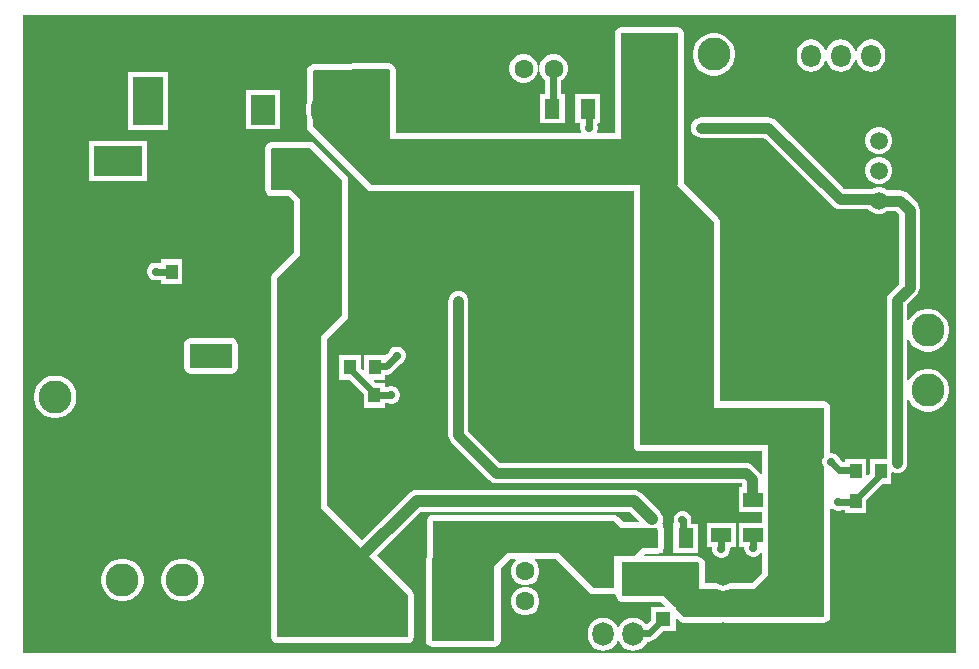
<source format=gbl>
G04*
G04 #@! TF.GenerationSoftware,Altium Limited,Altium Designer,21.9.2 (33)*
G04*
G04 Layer_Physical_Order=2*
G04 Layer_Color=16711680*
%FSTAX24Y24*%
%MOIN*%
G70*
G04*
G04 #@! TF.SameCoordinates,9AA07E9A-BA48-4811-965E-F14F798923DF*
G04*
G04*
G04 #@! TF.FilePolarity,Positive*
G04*
G01*
G75*
%ADD27R,0.0512X0.0650*%
%ADD28R,0.0512X0.0394*%
%ADD29R,0.0512X0.0472*%
%ADD54C,0.0236*%
%ADD55C,0.0472*%
%ADD56C,0.0354*%
%ADD57C,0.0394*%
%ADD58O,0.0650X0.0750*%
%ADD59C,0.0630*%
%ADD60R,0.0630X0.0630*%
%ADD61C,0.1100*%
%ADD62C,0.1500*%
%ADD63O,0.0800X0.1000*%
%ADD64R,0.0800X0.1000*%
%ADD65R,0.1000X0.1600*%
%ADD66R,0.1600X0.1000*%
%ADD67R,0.0591X0.0591*%
%ADD68C,0.0591*%
%ADD69O,0.0709X0.0787*%
%ADD70C,0.0276*%
%ADD71R,0.0394X0.0512*%
%ADD72R,0.0650X0.0512*%
G36*
X059957Y058744D02*
X028862D01*
Y079996D01*
X059957D01*
X059957Y058744D01*
D02*
G37*
%LPC*%
G36*
X057112Y079198D02*
X056986Y079181D01*
X056869Y079133D01*
X056768Y079056D01*
X056691Y078955D01*
X056642Y078837D01*
X056633Y078764D01*
X056582D01*
X056572Y078837D01*
X056524Y078955D01*
X056446Y079056D01*
X056346Y079133D01*
X056228Y079181D01*
X056102Y079198D01*
X055976Y079181D01*
X055859Y079133D01*
X055758Y079056D01*
X055681Y078955D01*
X055639Y078853D01*
X055586D01*
X055544Y078955D01*
X055466Y079056D01*
X055366Y079133D01*
X055248Y079181D01*
X055122Y079198D01*
X054996Y079181D01*
X054879Y079133D01*
X054778Y079056D01*
X054701Y078955D01*
X054652Y078837D01*
X054636Y078711D01*
Y078611D01*
X054652Y078485D01*
X054701Y078368D01*
X054778Y078267D01*
X054879Y07819D01*
X054996Y078141D01*
X055122Y078125D01*
X055248Y078141D01*
X055366Y07819D01*
X055466Y078267D01*
X055544Y078368D01*
X055586Y07847D01*
X055639D01*
X055681Y078368D01*
X055758Y078267D01*
X055859Y07819D01*
X055976Y078141D01*
X056102Y078125D01*
X056228Y078141D01*
X056346Y07819D01*
X056446Y078267D01*
X056524Y078368D01*
X056572Y078485D01*
X056582Y078559D01*
X056633D01*
X056642Y078485D01*
X056691Y078368D01*
X056768Y078267D01*
X056869Y07819D01*
X056986Y078141D01*
X057112Y078125D01*
X057238Y078141D01*
X057356Y07819D01*
X057456Y078267D01*
X057534Y078368D01*
X057582Y078485D01*
X057599Y078611D01*
Y078711D01*
X057582Y078837D01*
X057534Y078955D01*
X057456Y079056D01*
X057356Y079133D01*
X057238Y079181D01*
X057112Y079198D01*
D02*
G37*
G36*
X051952Y079408D02*
X051812D01*
X051676Y079381D01*
X051547Y079328D01*
X051431Y07925D01*
X051332Y079152D01*
X051255Y079036D01*
X051202Y078907D01*
X051174Y07877D01*
Y078631D01*
X051202Y078494D01*
X051255Y078366D01*
X051332Y07825D01*
X051431Y078151D01*
X051547Y078074D01*
X051676Y078021D01*
X051812Y077993D01*
X051952D01*
X052088Y078021D01*
X052217Y078074D01*
X052333Y078151D01*
X052431Y07825D01*
X052509Y078366D01*
X052562Y078494D01*
X052589Y078631D01*
Y07877D01*
X052562Y078907D01*
X052509Y079036D01*
X052431Y079152D01*
X052333Y07925D01*
X052217Y079328D01*
X052088Y079381D01*
X051952Y079408D01*
D02*
G37*
G36*
X045598Y078701D02*
X045473D01*
X045353Y078669D01*
X045245Y078606D01*
X045157Y078518D01*
X045095Y078411D01*
X045063Y078291D01*
Y078166D01*
X045095Y078046D01*
X045157Y077938D01*
X045245Y07785D01*
X045353Y077788D01*
X045473Y077756D01*
X045598D01*
X045718Y077788D01*
X045826Y07785D01*
X045913Y077938D01*
X045976Y078046D01*
X046008Y078166D01*
Y078291D01*
X045976Y078411D01*
X045913Y078518D01*
X045826Y078606D01*
X045718Y078669D01*
X045598Y078701D01*
D02*
G37*
G36*
X046598D02*
X046473D01*
X046353Y078669D01*
X046245Y078606D01*
X046157Y078518D01*
X046095Y078411D01*
X046063Y078291D01*
Y078166D01*
X046095Y078046D01*
X046157Y077938D01*
X046238Y077858D01*
Y077372D01*
X046083D01*
Y076407D01*
X046909D01*
Y077372D01*
X046794D01*
Y077832D01*
X046826Y07785D01*
X046913Y077938D01*
X046976Y078046D01*
X047008Y078166D01*
Y078291D01*
X046976Y078411D01*
X046913Y078518D01*
X046826Y078606D01*
X046718Y078669D01*
X046598Y078701D01*
D02*
G37*
G36*
X03741Y077518D02*
X036295D01*
Y076203D01*
X03741D01*
Y077518D01*
D02*
G37*
G36*
X033679Y078099D02*
X032364D01*
Y076184D01*
X033679D01*
Y078099D01*
D02*
G37*
G36*
X050669Y07961D02*
X04878D01*
X048703Y079595D01*
X048638Y079551D01*
X048594Y079486D01*
X048579Y079409D01*
Y076067D01*
X048004D01*
X047975Y076117D01*
X047992Y076146D01*
X048012Y076221D01*
Y076299D01*
X047996Y076357D01*
X048019Y076398D01*
X04803Y076407D01*
X048091D01*
Y077372D01*
X047264D01*
Y076407D01*
X047431D01*
Y076335D01*
X047421Y076299D01*
Y076221D01*
X047441Y076146D01*
X047458Y076117D01*
X047429Y076067D01*
X041277D01*
Y078173D01*
X041277Y078174D01*
X041277Y078174D01*
X041269Y078212D01*
X041261Y07825D01*
X041261Y07825D01*
X041261Y078251D01*
X041239Y078283D01*
X041218Y078315D01*
X041218Y078315D01*
X041217Y078316D01*
X041182Y078351D01*
X041181Y078351D01*
X041181Y078352D01*
X041149Y078373D01*
X041116Y078394D01*
X041116Y078394D01*
X041115Y078395D01*
X041077Y078402D01*
X04104Y078409D01*
X041039Y078409D01*
X041039Y078409D01*
X038546Y078384D01*
X038509Y078377D01*
X038471Y078369D01*
X038471Y078369D01*
X03847Y078368D01*
X038438Y078347D01*
X038406Y078326D01*
X038377Y078297D01*
X038362Y078274D01*
X038362D01*
Y078273D01*
X038334Y078232D01*
X038318Y078155D01*
Y077127D01*
X03831Y077106D01*
X038291Y07696D01*
Y07676D01*
X03831Y076615D01*
X038318Y076594D01*
Y076284D01*
X038334Y076207D01*
X038377Y076142D01*
X040331Y074189D01*
X040396Y074145D01*
X040472Y07413D01*
X049209D01*
Y065669D01*
X049224Y065592D01*
X049268Y065527D01*
X049333Y065484D01*
X049409Y065469D01*
X0535Y065469D01*
Y064707D01*
X05345Y064697D01*
X053442Y064716D01*
X053388Y064786D01*
X053181Y064994D01*
X053111Y065047D01*
X053029Y065081D01*
X052942Y065093D01*
X044754D01*
X043701Y066146D01*
Y070472D01*
X043689Y07056D01*
X043656Y070641D01*
X043602Y070711D01*
X043532Y070765D01*
X043451Y070798D01*
X043363Y07081D01*
X043276Y070798D01*
X043195Y070765D01*
X043125Y070711D01*
X043071Y070641D01*
X043037Y07056D01*
X043026Y070472D01*
Y066006D01*
X043037Y065918D01*
X043071Y065837D01*
X043125Y065767D01*
X044375Y064517D01*
X044445Y064463D01*
X044527Y064429D01*
X044614Y064418D01*
X052802D01*
X052812Y064408D01*
Y064272D01*
X052706D01*
Y063445D01*
X0535D01*
Y063091D01*
X052706D01*
Y062264D01*
X052894D01*
Y062205D01*
X052914Y06213D01*
X052953Y062063D01*
X053008Y062008D01*
X053075Y061969D01*
X05315Y061949D01*
X053228D01*
X053303Y061969D01*
X05337Y062008D01*
X053425Y062063D01*
X05345Y062106D01*
X0535Y062092D01*
Y061422D01*
X053145Y061067D01*
X052407D01*
X052331Y061052D01*
X052274Y061028D01*
X052193Y061017D01*
X052111Y061028D01*
X052054Y061052D01*
X051978Y061067D01*
X05161D01*
X051575Y061103D01*
X05159Y061724D01*
X05159Y061725D01*
X05159Y061726D01*
X051583Y061763D01*
X051576Y061801D01*
X051576Y061802D01*
X051576Y061803D01*
X051555Y061835D01*
X051534Y061867D01*
X051533Y061868D01*
X051533Y061869D01*
X051498Y061904D01*
X051497Y061905D01*
X051496Y061906D01*
X051465Y061927D01*
X051433Y061949D01*
X051432Y061949D01*
X051431Y06195D01*
X051394Y061957D01*
X051357Y061965D01*
X051355Y061965D01*
X051354Y061965D01*
X049567D01*
X049548Y062011D01*
X049587Y062049D01*
X050015D01*
X050092Y062065D01*
X050134Y062093D01*
X050173D01*
Y062132D01*
X050201Y062173D01*
X050216Y06225D01*
Y06286D01*
X050211Y062885D01*
X05021Y06291D01*
X050204Y062923D01*
X050201Y062937D01*
X050187Y062958D01*
X050176Y062981D01*
X050173Y062983D01*
Y063058D01*
X050173D01*
X050154Y063086D01*
X05017Y063123D01*
X050182Y063215D01*
X05017Y063308D01*
X050134Y063394D01*
X050077Y063468D01*
X049473Y064072D01*
X049399Y064128D01*
X049313Y064164D01*
X049221Y064176D01*
X041969D01*
X041968Y064176D01*
X041876Y064164D01*
X04179Y064128D01*
X041716Y064072D01*
X040145Y062501D01*
X03898Y063666D01*
Y069208D01*
X03963Y069858D01*
X039674Y069923D01*
X039689Y07D01*
Y074519D01*
X039674Y074596D01*
X03963Y074661D01*
X038558Y075732D01*
X038493Y075776D01*
X038416Y075791D01*
X037161D01*
X037161Y075791D01*
X037161Y075791D01*
X037123Y075784D01*
X037085Y075776D01*
X037084Y075776D01*
X037084Y075776D01*
X037052Y075754D01*
X03702Y075732D01*
X037019Y075732D01*
X037019Y075732D01*
X036984Y075697D01*
X036984Y075696D01*
X036983Y075696D01*
X036962Y075664D01*
X036941Y075631D01*
X03694Y075631D01*
X03694Y075631D01*
X036933Y075593D01*
X036925Y075555D01*
X036926Y075554D01*
X036925Y075554D01*
X03693Y074663D01*
Y074174D01*
X036945Y074097D01*
X036973Y074055D01*
Y074016D01*
X037012D01*
X037054Y073988D01*
X037131Y073973D01*
X0377D01*
X03787Y073803D01*
Y072091D01*
X037181Y071402D01*
X037137Y071337D01*
X037122Y07126D01*
Y059269D01*
X037137Y059192D01*
X037181Y059127D01*
X037246Y059084D01*
X037323Y059069D01*
X041679D01*
X041755Y059084D01*
X041821Y059127D01*
X041864Y059192D01*
X041879Y059269D01*
Y060684D01*
X041864Y06076D01*
X041821Y060825D01*
X040651Y061996D01*
X042117Y063462D01*
X049073D01*
X049387Y063147D01*
X049368Y063101D01*
X048876D01*
X048685Y063292D01*
X048667Y063304D01*
X048652Y063319D01*
X048635Y063325D01*
X04862Y063335D01*
X048599Y063339D01*
X048579Y063347D01*
X048561Y063347D01*
X048543Y06335D01*
X042505D01*
X042467Y063343D01*
X04243Y063336D01*
X042429Y063335D01*
X042428Y063335D01*
X042396Y063314D01*
X042364Y063293D01*
X042364Y063292D01*
X042363Y063292D01*
X042342Y06326D01*
X04232Y063228D01*
X04232Y063227D01*
X042319Y063226D01*
X042312Y063189D01*
X042304Y063152D01*
X04228Y060671D01*
X04228Y06067D01*
X04228Y060669D01*
Y059151D01*
X042295Y059074D01*
X042338Y059009D01*
X042404Y058966D01*
X04248Y05895D01*
X044567D01*
X044644Y058966D01*
X044709Y059009D01*
X044752Y059074D01*
X044768Y059151D01*
Y06157D01*
X045077Y06188D01*
X045259D01*
X04528Y06183D01*
X045213Y061763D01*
X04515Y061655D01*
X045118Y061535D01*
Y06141D01*
X04515Y06129D01*
X045213Y061182D01*
X0453Y061094D01*
X045408Y061032D01*
X045528Y061D01*
X045653D01*
X045773Y061032D01*
X045881Y061094D01*
X045969Y061182D01*
X046031Y06129D01*
X046063Y06141D01*
Y061535D01*
X046031Y061655D01*
X045969Y061763D01*
X045902Y06183D01*
X045922Y06188D01*
X04661D01*
X047727Y060763D01*
X047792Y060719D01*
X047869Y060704D01*
X048543D01*
X048572Y060709D01*
X048622Y060668D01*
Y060667D01*
X048637Y06059D01*
X04868Y060525D01*
X048713Y060492D01*
X048778Y060449D01*
X048855Y060434D01*
X050115Y060434D01*
X050238Y06031D01*
X050219Y060264D01*
X049779D01*
Y05985D01*
X049648Y059719D01*
X049598Y059722D01*
X049558Y059775D01*
X049451Y059857D01*
X049326Y059908D01*
X049193Y059926D01*
X049059Y059908D01*
X048934Y059857D01*
X048827Y059775D01*
X048745Y059668D01*
X04872Y059605D01*
X048665D01*
X04864Y059668D01*
X048558Y059775D01*
X048451Y059857D01*
X048326Y059908D01*
X048193Y059926D01*
X048059Y059908D01*
X047934Y059857D01*
X047827Y059775D01*
X047745Y059668D01*
X047694Y059543D01*
X047676Y05941D01*
Y059331D01*
X047694Y059197D01*
X047745Y059073D01*
X047827Y058966D01*
X047934Y058884D01*
X048059Y058832D01*
X048193Y058815D01*
X048326Y058832D01*
X048451Y058884D01*
X048558Y058966D01*
X04864Y059073D01*
X048665Y059135D01*
X04872D01*
X048745Y059073D01*
X048827Y058966D01*
X048934Y058884D01*
X049059Y058832D01*
X049193Y058815D01*
X049326Y058832D01*
X049451Y058884D01*
X049558Y058966D01*
X04964Y059073D01*
X049662Y059127D01*
X049727D01*
X049799Y059137D01*
X049866Y059164D01*
X049924Y059208D01*
X050192Y059477D01*
X050606D01*
Y059877D01*
X050652Y059896D01*
X05073Y059819D01*
X050795Y059775D01*
X050872Y05976D01*
X055556D01*
X055633Y059775D01*
X055698Y059819D01*
X055742Y059884D01*
X055757Y059961D01*
Y063558D01*
X055807Y063578D01*
X055842Y063543D01*
X05591Y063504D01*
X055985Y063484D01*
X056062D01*
X056138Y063504D01*
X056146Y063509D01*
X056255D01*
Y063402D01*
X056964D01*
Y063835D01*
X057515Y064386D01*
X057794D01*
Y06475D01*
X057844Y064778D01*
X057905Y064753D01*
X057992Y064741D01*
X058079Y064753D01*
X058161Y064786D01*
X058231Y06484D01*
X058284Y06491D01*
X058318Y064991D01*
X05833Y065079D01*
Y067171D01*
X05838Y067181D01*
X058385Y067168D01*
X058463Y067052D01*
X058561Y066953D01*
X058677Y066876D01*
X058806Y066822D01*
X058943Y066795D01*
X059082D01*
X059219Y066822D01*
X059347Y066876D01*
X059463Y066953D01*
X059562Y067052D01*
X059639Y067168D01*
X059693Y067296D01*
X05972Y067433D01*
Y067572D01*
X059693Y067709D01*
X059639Y067838D01*
X059562Y067954D01*
X059463Y068052D01*
X059347Y06813D01*
X059219Y068183D01*
X059082Y06821D01*
X058943D01*
X058806Y068183D01*
X058677Y06813D01*
X058561Y068052D01*
X058463Y067954D01*
X058385Y067838D01*
X05838Y067824D01*
X05833Y067834D01*
Y069171D01*
X05838Y069181D01*
X058385Y069168D01*
X058463Y069052D01*
X058561Y068953D01*
X058677Y068876D01*
X058806Y068822D01*
X058943Y068795D01*
X059082D01*
X059219Y068822D01*
X059347Y068876D01*
X059463Y068953D01*
X059562Y069052D01*
X059639Y069168D01*
X059693Y069296D01*
X05972Y069433D01*
Y069572D01*
X059693Y069709D01*
X059639Y069838D01*
X059562Y069954D01*
X059463Y070052D01*
X059347Y07013D01*
X059219Y070183D01*
X059082Y07021D01*
X058943D01*
X058806Y070183D01*
X058677Y07013D01*
X058561Y070052D01*
X058463Y069954D01*
X058385Y069838D01*
X05838Y069824D01*
X05833Y069834D01*
Y070372D01*
X058641Y070683D01*
X058695Y070753D01*
X058728Y070835D01*
X05874Y070922D01*
Y073527D01*
X058728Y073614D01*
X058695Y073696D01*
X058641Y073766D01*
X05834Y074067D01*
X05827Y07412D01*
X058189Y074154D01*
X058101Y074165D01*
X05768D01*
X057655Y07419D01*
X057552Y07425D01*
X057437Y074281D01*
X057318D01*
X057203Y07425D01*
X057135Y074211D01*
X056227D01*
X053939Y076499D01*
X05387Y076552D01*
X053788Y076586D01*
X053701Y076597D01*
X051457D01*
X051369Y076586D01*
X051288Y076552D01*
X051218Y076499D01*
X051164Y076429D01*
X051131Y076347D01*
X051119Y07626D01*
X051131Y076172D01*
X051164Y076091D01*
X051218Y076021D01*
X051288Y075968D01*
X051369Y075934D01*
X051457Y075922D01*
X053561D01*
X055849Y073634D01*
X055919Y073581D01*
X056Y073547D01*
X056088Y073536D01*
X057029D01*
X057099Y073466D01*
X057203Y073406D01*
X057318Y073375D01*
X057437D01*
X057552Y073406D01*
X057655Y073466D01*
X05768Y07349D01*
X057962D01*
X058065Y073387D01*
Y071062D01*
X057753Y07075D01*
X0577Y070681D01*
X057666Y070599D01*
X057655Y070512D01*
Y065213D01*
X057085D01*
Y064743D01*
X05701Y064668D01*
X056964Y064687D01*
Y065213D01*
X056255D01*
Y065126D01*
X056168D01*
X056073Y065222D01*
X05607Y065232D01*
X056031Y065299D01*
X055976Y065354D01*
X055909Y065393D01*
X055834Y065413D01*
X055757D01*
Y066929D01*
X055742Y067006D01*
X055698Y067071D01*
X055633Y067115D01*
X055556Y06713D01*
X05209D01*
Y073097D01*
X052075Y073173D01*
X052032Y073238D01*
X05087Y0744D01*
Y079409D01*
X050855Y079486D01*
X050811Y079551D01*
X050746Y079595D01*
X050669Y07961D01*
D02*
G37*
G36*
X057437Y076281D02*
X057318D01*
X057203Y07625D01*
X057099Y07619D01*
X057015Y076106D01*
X056955Y076003D01*
X056925Y075888D01*
Y075768D01*
X056955Y075653D01*
X057015Y07555D01*
X057099Y075466D01*
X057203Y075406D01*
X057318Y075375D01*
X057437D01*
X057552Y075406D01*
X057655Y075466D01*
X05774Y07555D01*
X057799Y075653D01*
X05783Y075768D01*
Y075888D01*
X057799Y076003D01*
X05774Y076106D01*
X057655Y07619D01*
X057552Y07625D01*
X057437Y076281D01*
D02*
G37*
G36*
X032979Y075799D02*
X031064D01*
Y074484D01*
X032979D01*
Y075799D01*
D02*
G37*
G36*
X057437Y075281D02*
X057318D01*
X057203Y07525D01*
X057099Y07519D01*
X057015Y075106D01*
X056955Y075003D01*
X056925Y074888D01*
Y074768D01*
X056955Y074653D01*
X057015Y07455D01*
X057099Y074466D01*
X057203Y074406D01*
X057318Y074375D01*
X057437D01*
X057552Y074406D01*
X057655Y074466D01*
X05774Y07455D01*
X057799Y074653D01*
X05783Y074768D01*
Y074888D01*
X057799Y075003D01*
X05774Y075106D01*
X057655Y07519D01*
X057552Y07525D01*
X057437Y075281D01*
D02*
G37*
G36*
X034157Y07187D02*
X033448D01*
Y071737D01*
X033388D01*
X033316Y071756D01*
X033239D01*
X033163Y071736D01*
X033096Y071697D01*
X033041Y071642D01*
X033002Y071575D01*
X032982Y0715D01*
Y071422D01*
X033002Y071347D01*
X033041Y071279D01*
X033096Y071224D01*
X033163Y071186D01*
X033239Y071165D01*
X033316D01*
X033373Y071181D01*
X033448D01*
Y071043D01*
X034157D01*
Y07187D01*
D02*
G37*
G36*
X035803Y06925D02*
X035803Y06925D01*
X035802Y06925D01*
X034418Y069237D01*
X03438Y06923D01*
X034343Y069222D01*
X034342Y069222D01*
X034341Y069222D01*
X03431Y0692D01*
X034278Y069179D01*
X034277Y069178D01*
X034277Y069177D01*
X034256Y069145D01*
X034234Y069114D01*
X034234Y069113D01*
X034234Y069112D01*
X034227Y069074D01*
X034219Y069037D01*
X034219Y069036D01*
X034219Y069035D01*
X034222Y06902D01*
Y068255D01*
X034237Y068178D01*
X034281Y068113D01*
X034346Y068069D01*
X034423Y068054D01*
X035803D01*
X03588Y068069D01*
X035945Y068113D01*
X035989Y068178D01*
X036004Y068255D01*
Y069049D01*
X036004Y06905D01*
X036004Y069051D01*
X035996Y069088D01*
X035989Y069126D01*
X035988Y069127D01*
X035988Y069127D01*
X035967Y069159D01*
X035945Y069191D01*
X035945Y069191D01*
X035944Y069192D01*
X035912Y069213D01*
X03588Y069234D01*
X035879Y069235D01*
X035879Y069235D01*
X035841Y069242D01*
X035803Y06925D01*
D02*
G37*
G36*
X041351Y068957D02*
X041273D01*
X041198Y068937D01*
X041131Y068898D01*
X041076Y068843D01*
X041042Y068785D01*
X040969Y068712D01*
X040932Y068685D01*
Y068685D01*
X040932Y068685D01*
X040223D01*
Y068199D01*
X040177Y06818D01*
X040102Y068255D01*
Y068685D01*
X039393D01*
Y067859D01*
X039712D01*
X040208Y067363D01*
Y066929D01*
X040917D01*
Y067065D01*
X041019D01*
X041083Y067047D01*
X041161D01*
X041236Y067067D01*
X041303Y067106D01*
X041358Y067161D01*
X041397Y067229D01*
X041417Y067304D01*
Y067381D01*
X041397Y067456D01*
X041358Y067524D01*
X041303Y067579D01*
X041236Y067618D01*
X041161Y067638D01*
X041083D01*
X041019Y06762D01*
X040917D01*
Y067756D01*
X040601D01*
X040545Y067812D01*
X040564Y067859D01*
X040932D01*
Y068019D01*
X040947D01*
X041019Y068029D01*
X041086Y068056D01*
X041144Y0681D01*
X041435Y068392D01*
X041493Y068425D01*
X041548Y06848D01*
X041587Y068547D01*
X041607Y068623D01*
Y0687D01*
X041587Y068775D01*
X041548Y068843D01*
X041493Y068898D01*
X041426Y068937D01*
X041351Y068957D01*
D02*
G37*
G36*
X029991Y067991D02*
X029852D01*
X029715Y067964D01*
X029586Y06791D01*
X02947Y067833D01*
X029372Y067734D01*
X029294Y067619D01*
X029241Y06749D01*
X029214Y067353D01*
Y067214D01*
X029241Y067077D01*
X029294Y066948D01*
X029372Y066832D01*
X02947Y066734D01*
X029586Y066656D01*
X029715Y066603D01*
X029852Y066576D01*
X029991D01*
X030128Y066603D01*
X030256Y066656D01*
X030372Y066734D01*
X030471Y066832D01*
X030548Y066948D01*
X030602Y067077D01*
X030629Y067214D01*
Y067353D01*
X030602Y06749D01*
X030548Y067619D01*
X030471Y067734D01*
X030372Y067833D01*
X030256Y06791D01*
X030128Y067964D01*
X029991Y067991D01*
D02*
G37*
G36*
X050871Y063475D02*
X050794D01*
X050718Y063455D01*
X050651Y063416D01*
X050596Y063361D01*
X050557Y063294D01*
X050537Y063219D01*
Y063141D01*
X050546Y063108D01*
X050527Y063058D01*
X050527D01*
Y062093D01*
X051354D01*
Y063058D01*
X051118D01*
Y063105D01*
X051128Y063141D01*
Y063219D01*
X051108Y063294D01*
X051069Y063361D01*
X051014Y063416D01*
X050946Y063455D01*
X050871Y063475D01*
D02*
G37*
G36*
X052608Y063091D02*
X051644D01*
Y062264D01*
X051815D01*
X051831Y062244D01*
Y062166D01*
X051851Y062091D01*
X05189Y062023D01*
X051945Y061968D01*
X052012Y06193D01*
X052087Y061909D01*
X052165D01*
X05224Y06193D01*
X052307Y061968D01*
X052362Y062023D01*
X052401Y062091D01*
X052421Y062166D01*
Y062244D01*
X052437Y062264D01*
X052608D01*
Y063091D01*
D02*
G37*
G36*
X034235Y061889D02*
X034096D01*
X033959Y061861D01*
X03383Y061808D01*
X033714Y061731D01*
X033616Y061632D01*
X033538Y061516D01*
X033485Y061387D01*
X033458Y061251D01*
Y061111D01*
X033485Y060975D01*
X033538Y060846D01*
X033616Y06073D01*
X033714Y060632D01*
X03383Y060554D01*
X033959Y060501D01*
X034096Y060474D01*
X034235D01*
X034372Y060501D01*
X0345Y060554D01*
X034616Y060632D01*
X034715Y06073D01*
X034792Y060846D01*
X034846Y060975D01*
X034873Y061111D01*
Y061251D01*
X034846Y061387D01*
X034792Y061516D01*
X034715Y061632D01*
X034616Y061731D01*
X0345Y061808D01*
X034372Y061861D01*
X034235Y061889D01*
D02*
G37*
G36*
X032235D02*
X032096D01*
X031959Y061861D01*
X03183Y061808D01*
X031714Y061731D01*
X031616Y061632D01*
X031538Y061516D01*
X031485Y061387D01*
X031458Y061251D01*
Y061111D01*
X031485Y060975D01*
X031538Y060846D01*
X031616Y06073D01*
X031714Y060632D01*
X03183Y060554D01*
X031959Y060501D01*
X032096Y060474D01*
X032235D01*
X032372Y060501D01*
X0325Y060554D01*
X032616Y060632D01*
X032715Y06073D01*
X032792Y060846D01*
X032846Y060975D01*
X032873Y061111D01*
Y061251D01*
X032846Y061387D01*
X032792Y061516D01*
X032715Y061632D01*
X032616Y061731D01*
X0325Y061808D01*
X032372Y061861D01*
X032235Y061889D01*
D02*
G37*
G36*
X045653Y060945D02*
X045528D01*
X045408Y060913D01*
X0453Y06085D01*
X045213Y060763D01*
X04515Y060655D01*
X045118Y060535D01*
Y06041D01*
X04515Y06029D01*
X045213Y060182D01*
X0453Y060094D01*
X045408Y060032D01*
X045528Y06D01*
X045653D01*
X045773Y060032D01*
X045881Y060094D01*
X045969Y060182D01*
X046031Y06029D01*
X046063Y06041D01*
Y060535D01*
X046031Y060655D01*
X045969Y060763D01*
X045881Y06085D01*
X045773Y060913D01*
X045653Y060945D01*
D02*
G37*
%LPD*%
G36*
X050669Y074331D02*
X050656D01*
X05189Y073097D01*
Y066929D01*
X055556D01*
Y065295D01*
X05552Y065232D01*
X0555Y065157D01*
Y065079D01*
X05552Y065004D01*
X055556Y064941D01*
Y059961D01*
X050872D01*
X050606Y060226D01*
Y060264D01*
X050568D01*
X050198Y060634D01*
X048855Y060634D01*
X048822Y060667D01*
Y061764D01*
X051354D01*
X051389Y061728D01*
X051369Y060866D01*
X051978D01*
X052059Y060832D01*
X052193Y060815D01*
X052326Y060832D01*
X052407Y060866D01*
X053228D01*
X053701Y061339D01*
Y065669D01*
X049409Y065669D01*
Y074331D01*
X040472D01*
X038519Y076284D01*
Y078155D01*
X038548Y078184D01*
X041041Y078208D01*
X041076Y078173D01*
Y075866D01*
X04878D01*
Y079409D01*
X050669D01*
Y074331D01*
D02*
G37*
G36*
X048793Y0629D02*
X049659D01*
X049732Y06287D01*
X049824Y062858D01*
X049917Y06287D01*
X049965Y06289D01*
X050015Y06286D01*
Y06225D01*
X049504D01*
X049222Y061968D01*
X048543D01*
Y060904D01*
X047869D01*
X046693Y06208D01*
X044994D01*
X044567Y061654D01*
Y059151D01*
X04248D01*
Y060669D01*
X042505Y06315D01*
X048543D01*
X048793Y0629D01*
D02*
G37*
G36*
X039488Y074519D02*
Y07D01*
X03878Y069291D01*
Y063583D01*
X041679Y060684D01*
Y059269D01*
X037323D01*
Y07126D01*
X038071Y072008D01*
Y073886D01*
X037783Y074174D01*
X037131D01*
Y074664D01*
X037126Y075555D01*
X037161Y075591D01*
X038416D01*
X039488Y074519D01*
D02*
G37*
G36*
X035803Y068255D02*
X034423D01*
Y069034D01*
X03442Y069037D01*
X035803Y069049D01*
Y068255D01*
D02*
G37*
D27*
X050941Y062575D02*
D03*
X049759D02*
D03*
X046496Y07689D02*
D03*
X047677D02*
D03*
D28*
X035039Y068451D02*
D03*
Y067621D02*
D03*
D29*
X050193Y05987D02*
D03*
Y06087D02*
D03*
D54*
X033801Y071459D02*
X033803Y071457D01*
X033277Y071461D02*
X033279Y071459D01*
X033801D01*
X040562Y067343D02*
X041122D01*
X040562D02*
Y067402D01*
X040602Y068297D02*
X040947D01*
X041312Y068661D01*
X040577Y068272D02*
X040602Y068297D01*
X056053Y064848D02*
X056561D01*
X055795Y065107D02*
Y065118D01*
X056561Y064848D02*
X05661Y064799D01*
X055795Y065107D02*
X056053Y064848D01*
X047709Y076267D02*
X047717Y07626D01*
X047709Y076267D02*
Y076858D01*
X053189Y062244D02*
Y062677D01*
X052126Y062205D02*
Y062677D01*
X057361Y064625D02*
Y064721D01*
X05661Y063815D02*
Y063874D01*
X057361Y064625D01*
Y064721D02*
X05744Y064799D01*
X056024Y06378D02*
X056031Y063787D01*
X056582D02*
X05661Y063815D01*
X056031Y063787D02*
X056582D01*
X05084Y062676D02*
Y063172D01*
Y062676D02*
X050941Y062575D01*
X050832Y06318D02*
X05084Y063172D01*
X049227Y059405D02*
X049727D01*
X050055Y059733D02*
Y059752D01*
X049727Y059405D02*
X050055Y059733D01*
X050173Y05987D02*
X050193D01*
X050055Y059752D02*
X050173Y05987D01*
X049193Y05937D02*
X049227Y059405D01*
X046516Y076909D02*
Y078209D01*
X046496Y07689D02*
X046516Y076909D01*
Y078209D02*
X046535Y078228D01*
X047677Y07689D02*
X047709Y076858D01*
X039826Y068134D02*
X03983D01*
X039747Y068213D02*
Y068272D01*
X03983Y068134D02*
X040562Y067402D01*
X039747Y068213D02*
X039826Y068134D01*
D55*
X057471Y063784D02*
X057948D01*
X039272Y067343D02*
X039535D01*
D56*
X05315Y063898D02*
Y064548D01*
X044614Y064755D02*
X052942D01*
X043363Y066006D02*
X044614Y064755D01*
X052942D02*
X05315Y064548D01*
X043363Y066006D02*
Y070472D01*
X051853Y07626D02*
X053701D01*
X051457D02*
X051853D01*
X05315Y063898D02*
X053189Y063858D01*
X056088Y073873D02*
X057332D01*
X057377Y073828D01*
X053701Y07626D02*
X056088Y073873D01*
X035039Y068451D02*
X035459D01*
X035039D02*
Y068858D01*
X034591Y068451D02*
X035039D01*
X058101Y073828D02*
X058402Y073527D01*
X057377Y073828D02*
X058101D01*
X058402Y070922D02*
Y073527D01*
X057992Y070512D02*
X058402Y070922D01*
X057992Y065079D02*
Y070512D01*
D57*
X049221Y063819D02*
X049824Y063215D01*
X041968Y063819D02*
X049221D01*
X039964Y061814D02*
X041968Y063819D01*
X037446Y074946D02*
Y075319D01*
Y074489D02*
Y074946D01*
D58*
X054112Y078661D02*
D03*
X055122D02*
D03*
X056102D02*
D03*
X057112D02*
D03*
D59*
X037446Y072989D02*
D03*
X045591Y059472D02*
D03*
Y060472D02*
D03*
Y061472D02*
D03*
X047535Y078228D02*
D03*
X046535D02*
D03*
X045535D02*
D03*
D60*
X037446Y074489D02*
D03*
D61*
X032165Y061181D02*
D03*
X034165D02*
D03*
X030139Y061155D02*
D03*
X043024Y059921D02*
D03*
X041024D02*
D03*
X059012Y067503D02*
D03*
Y069503D02*
D03*
X051882Y078701D02*
D03*
X049882D02*
D03*
X029921Y069283D02*
D03*
Y067283D02*
D03*
D62*
X037853Y07916D02*
D03*
D63*
X038853Y07686D02*
D03*
X037853D02*
D03*
D64*
X036853D02*
D03*
D65*
X033022Y077142D02*
D03*
X030522D02*
D03*
D66*
X032022Y075142D02*
D03*
D67*
X057377Y072828D02*
D03*
D68*
Y073828D02*
D03*
Y074828D02*
D03*
Y075828D02*
D03*
D69*
X048193Y05937D02*
D03*
X049193D02*
D03*
X052193D02*
D03*
Y06137D02*
D03*
X049193D02*
D03*
X048193D02*
D03*
D70*
X036884Y067465D02*
D03*
Y067674D02*
D03*
X036513Y067674D02*
D03*
X036884Y067256D02*
D03*
X059055Y079528D02*
D03*
X059449Y07874D02*
D03*
X059055Y077953D02*
D03*
X059449Y077165D02*
D03*
X059055Y076378D02*
D03*
X059449Y075591D02*
D03*
X059055Y074803D02*
D03*
X059449Y074016D02*
D03*
X059055Y073228D02*
D03*
X059449Y072441D02*
D03*
X059055Y071654D02*
D03*
X059449Y070866D02*
D03*
X059055Y068504D02*
D03*
X059449Y066142D02*
D03*
X059055Y065354D02*
D03*
X059449Y064567D02*
D03*
X059055Y06378D02*
D03*
X059449Y062992D02*
D03*
X059055Y062205D02*
D03*
X059449Y061417D02*
D03*
X059055Y06063D02*
D03*
X059449Y059843D02*
D03*
X059055Y059055D02*
D03*
X058268Y079528D02*
D03*
X058661Y07874D02*
D03*
X058268Y077953D02*
D03*
X058661Y077165D02*
D03*
X058268Y076378D02*
D03*
X058661Y075591D02*
D03*
X058268Y074803D02*
D03*
X058661Y066142D02*
D03*
Y064567D02*
D03*
Y062992D02*
D03*
X058268Y062205D02*
D03*
X058661Y061417D02*
D03*
X058268Y06063D02*
D03*
X058661Y059843D02*
D03*
X058268Y059055D02*
D03*
X05748Y079528D02*
D03*
X057874Y07874D02*
D03*
X05748Y077953D02*
D03*
X057874Y077165D02*
D03*
Y072441D02*
D03*
X05748Y066929D02*
D03*
X057874Y062992D02*
D03*
X05748Y062205D02*
D03*
X057874Y061417D02*
D03*
X05748Y06063D02*
D03*
X057874Y059843D02*
D03*
X05748Y059055D02*
D03*
X056693Y077953D02*
D03*
X057087Y077165D02*
D03*
X056693Y076378D02*
D03*
Y074803D02*
D03*
Y073228D02*
D03*
Y071654D02*
D03*
Y068504D02*
D03*
X057087Y067717D02*
D03*
X056693Y066929D02*
D03*
X057087Y066142D02*
D03*
Y062992D02*
D03*
X056693Y062205D02*
D03*
X057087Y061417D02*
D03*
X056693Y06063D02*
D03*
X057087Y059843D02*
D03*
X056693Y059055D02*
D03*
X055906Y076378D02*
D03*
Y074803D02*
D03*
Y073228D02*
D03*
X056299Y072441D02*
D03*
X055906Y071654D02*
D03*
X056299Y069291D02*
D03*
X055906Y068504D02*
D03*
X056299Y067717D02*
D03*
X055906Y066929D02*
D03*
X056299Y066142D02*
D03*
Y062992D02*
D03*
X055906Y062205D02*
D03*
X056299Y061417D02*
D03*
X055906Y06063D02*
D03*
X056299Y059843D02*
D03*
X055906Y059055D02*
D03*
X055118Y077953D02*
D03*
Y073228D02*
D03*
X055512Y072441D02*
D03*
X055118Y071654D02*
D03*
X055512Y069291D02*
D03*
X055118Y068504D02*
D03*
X055512Y067717D02*
D03*
X055118Y059055D02*
D03*
X054331Y077953D02*
D03*
X054724Y077165D02*
D03*
X054331Y074803D02*
D03*
X054724Y074016D02*
D03*
X054331Y073228D02*
D03*
X054724Y072441D02*
D03*
X054331Y071654D02*
D03*
X054724Y069291D02*
D03*
X054331Y068504D02*
D03*
X054724Y067717D02*
D03*
X054331Y059055D02*
D03*
X053543Y077953D02*
D03*
X053937Y077165D02*
D03*
X053543Y074803D02*
D03*
X053937Y074016D02*
D03*
X053543Y073228D02*
D03*
X053937Y072441D02*
D03*
X053543Y071654D02*
D03*
X053937Y069291D02*
D03*
X053543Y068504D02*
D03*
X053937Y067717D02*
D03*
X053543Y059055D02*
D03*
X05315Y07874D02*
D03*
X052756Y077953D02*
D03*
X05315Y077165D02*
D03*
Y074016D02*
D03*
X052756Y073228D02*
D03*
X05315Y072441D02*
D03*
Y061417D02*
D03*
X052756Y059055D02*
D03*
X052362Y077165D02*
D03*
Y074016D02*
D03*
Y072441D02*
D03*
X051575Y077165D02*
D03*
X051181Y059055D02*
D03*
X050394Y06378D02*
D03*
X048819Y073228D02*
D03*
Y071654D02*
D03*
Y070079D02*
D03*
Y066929D02*
D03*
X048032Y079528D02*
D03*
X048425Y07874D02*
D03*
X048032Y073228D02*
D03*
X048425Y072441D02*
D03*
X048032Y071654D02*
D03*
X048425Y070866D02*
D03*
X048032Y070079D02*
D03*
X048425Y067717D02*
D03*
X048032Y066929D02*
D03*
X047244Y079528D02*
D03*
X047638Y07874D02*
D03*
X047244Y073228D02*
D03*
X047638Y072441D02*
D03*
X047244Y071654D02*
D03*
X047638Y070866D02*
D03*
X047244Y070079D02*
D03*
X047638Y069291D02*
D03*
X047244Y068504D02*
D03*
X047638Y067717D02*
D03*
X047244Y066929D02*
D03*
Y059055D02*
D03*
X046457Y079528D02*
D03*
Y065354D02*
D03*
Y059055D02*
D03*
X045669Y079528D02*
D03*
X046063Y07874D02*
D03*
X045669Y073228D02*
D03*
X046063Y072441D02*
D03*
Y059843D02*
D03*
X044882Y079528D02*
D03*
Y077953D02*
D03*
X045276Y077165D02*
D03*
X044882Y073228D02*
D03*
X045276Y072441D02*
D03*
X044882Y065354D02*
D03*
X044095Y079528D02*
D03*
X044488Y07874D02*
D03*
X044095Y077953D02*
D03*
X044488Y077165D02*
D03*
X044095Y076378D02*
D03*
X044488Y066142D02*
D03*
X043307Y079528D02*
D03*
X043701Y07874D02*
D03*
X043307Y077953D02*
D03*
X043701Y077165D02*
D03*
X043307Y076378D02*
D03*
Y073228D02*
D03*
X043701Y064567D02*
D03*
X04252Y079528D02*
D03*
X042913Y07874D02*
D03*
X04252Y077953D02*
D03*
X042913Y077165D02*
D03*
X04252Y076378D02*
D03*
X042913Y072441D02*
D03*
Y064567D02*
D03*
X041732Y079528D02*
D03*
X042126Y07874D02*
D03*
Y077165D02*
D03*
Y059843D02*
D03*
X040945Y079528D02*
D03*
X041339Y07874D02*
D03*
X040157Y079528D02*
D03*
X040551Y07874D02*
D03*
X03937Y079528D02*
D03*
X039764Y07874D02*
D03*
X038976D02*
D03*
X037402Y072441D02*
D03*
X03622Y079528D02*
D03*
Y073228D02*
D03*
X036614Y072441D02*
D03*
X03622Y06063D02*
D03*
X035433Y079528D02*
D03*
Y073228D02*
D03*
X035827Y072441D02*
D03*
Y062992D02*
D03*
X035433Y062205D02*
D03*
X035827Y061417D02*
D03*
X035433Y06063D02*
D03*
X035827Y059843D02*
D03*
X035433Y059055D02*
D03*
X034646Y079528D02*
D03*
Y073228D02*
D03*
X035039Y061417D02*
D03*
Y059843D02*
D03*
X034646Y059055D02*
D03*
X033858Y079528D02*
D03*
X034252Y072441D02*
D03*
Y059843D02*
D03*
X033858Y059055D02*
D03*
X033071Y079528D02*
D03*
Y073228D02*
D03*
X033465Y070866D02*
D03*
X033071Y06063D02*
D03*
X033465Y059843D02*
D03*
X033071Y059055D02*
D03*
X032283Y079528D02*
D03*
X032677Y074016D02*
D03*
X032283Y073228D02*
D03*
X032677Y072441D02*
D03*
X032283Y071654D02*
D03*
X032677Y070866D02*
D03*
X032283Y065354D02*
D03*
X032677Y064567D02*
D03*
X032283Y06378D02*
D03*
X032677Y059843D02*
D03*
X032283Y059055D02*
D03*
X031496Y079528D02*
D03*
X03189Y07874D02*
D03*
X031496Y077953D02*
D03*
X03189Y077165D02*
D03*
X031496Y076378D02*
D03*
X03189Y074016D02*
D03*
X031496Y073228D02*
D03*
X03189Y072441D02*
D03*
X031496Y071654D02*
D03*
X03189Y070866D02*
D03*
X031496Y065354D02*
D03*
X03189Y064567D02*
D03*
X031496Y06378D02*
D03*
X03189Y062992D02*
D03*
Y059843D02*
D03*
X031496Y059055D02*
D03*
X030709Y079528D02*
D03*
X031102Y07874D02*
D03*
X030709Y074803D02*
D03*
X031102Y074016D02*
D03*
X030709Y073228D02*
D03*
X031102Y072441D02*
D03*
X030709Y071654D02*
D03*
X031102Y070866D02*
D03*
X030709Y070079D02*
D03*
Y065354D02*
D03*
X031102Y064567D02*
D03*
X030709Y06378D02*
D03*
X031102Y062992D02*
D03*
X030709Y062205D02*
D03*
X031102Y061417D02*
D03*
X030709Y06063D02*
D03*
X031102Y059843D02*
D03*
X030709Y059055D02*
D03*
X029921Y079528D02*
D03*
X030315Y07874D02*
D03*
Y075591D02*
D03*
X029921Y074803D02*
D03*
X030315Y074016D02*
D03*
X029921Y073228D02*
D03*
X030315Y072441D02*
D03*
X029921Y071654D02*
D03*
X030315Y070866D02*
D03*
X029921Y070079D02*
D03*
Y068504D02*
D03*
Y065354D02*
D03*
X030315Y064567D02*
D03*
X029921Y06378D02*
D03*
X030315Y062992D02*
D03*
X029921Y062205D02*
D03*
X030315Y059843D02*
D03*
X029921Y059055D02*
D03*
X029134Y079528D02*
D03*
X029528Y07874D02*
D03*
X029134Y077953D02*
D03*
X029528Y077165D02*
D03*
X029134Y076378D02*
D03*
X029528Y075591D02*
D03*
X029134Y074803D02*
D03*
X029528Y074016D02*
D03*
X029134Y073228D02*
D03*
X029528Y072441D02*
D03*
X029134Y071654D02*
D03*
X029528Y070866D02*
D03*
X029134Y070079D02*
D03*
Y068504D02*
D03*
Y065354D02*
D03*
X029528Y064567D02*
D03*
X029134Y06378D02*
D03*
X029528Y062992D02*
D03*
X029134Y062205D02*
D03*
Y06063D02*
D03*
X029528Y059843D02*
D03*
X029134Y059055D02*
D03*
X041339Y075D02*
D03*
X040748Y076181D02*
D03*
X041043Y075591D02*
D03*
X040748Y075D02*
D03*
X040453Y076772D02*
D03*
X040157Y076181D02*
D03*
X040453Y075591D02*
D03*
X040157Y075D02*
D03*
X039862Y076772D02*
D03*
X039567Y076181D02*
D03*
X039862Y075591D02*
D03*
X052782Y07267D02*
D03*
X045699Y072804D02*
D03*
X044764Y072874D02*
D03*
X051853Y07626D02*
D03*
X033277Y071461D02*
D03*
X043363Y070472D02*
D03*
X041122Y067343D02*
D03*
X041312Y068661D02*
D03*
X055795Y065118D02*
D03*
X051457Y07626D02*
D03*
X047717D02*
D03*
X035459Y068451D02*
D03*
X035039Y068858D02*
D03*
X034591Y068451D02*
D03*
X057992Y065079D02*
D03*
X053189Y062244D02*
D03*
X052126Y062205D02*
D03*
X057957Y063776D02*
D03*
X056024Y06378D02*
D03*
X050832Y06318D02*
D03*
X049824Y063215D02*
D03*
X039272Y067343D02*
D03*
X037855Y074547D02*
D03*
Y07494D02*
D03*
Y075319D02*
D03*
X037446D02*
D03*
Y074946D02*
D03*
D71*
X034633Y071457D02*
D03*
X033803D02*
D03*
X037886Y07786D02*
D03*
X038716D02*
D03*
X039732Y067343D02*
D03*
X040562D02*
D03*
X05744Y063815D02*
D03*
X05661D02*
D03*
X039747Y068272D02*
D03*
X040577D02*
D03*
X05744Y064799D02*
D03*
X05661D02*
D03*
D72*
X053189Y062677D02*
D03*
Y063858D02*
D03*
X052126Y062677D02*
D03*
Y063858D02*
D03*
M02*

</source>
